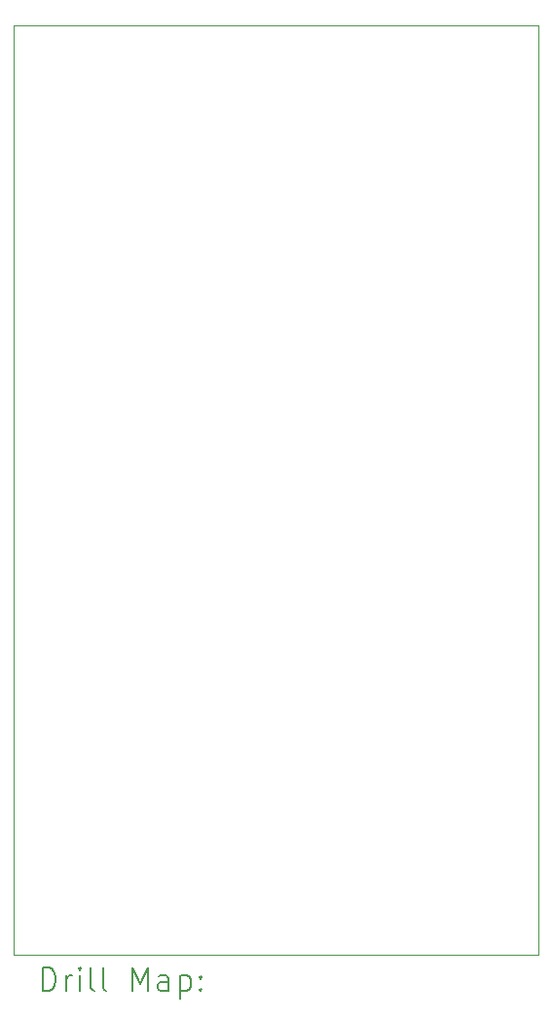
<source format=gbr>
%TF.GenerationSoftware,KiCad,Pcbnew,(6.0.8)*%
%TF.CreationDate,2024-08-14T07:32:47+02:00*%
%TF.ProjectId,FUSE_TestBoard,46555345-5f54-4657-9374-426f6172642e,rev?*%
%TF.SameCoordinates,Original*%
%TF.FileFunction,Drillmap*%
%TF.FilePolarity,Positive*%
%FSLAX45Y45*%
G04 Gerber Fmt 4.5, Leading zero omitted, Abs format (unit mm)*
G04 Created by KiCad (PCBNEW (6.0.8)) date 2024-08-14 07:32:47*
%MOMM*%
%LPD*%
G01*
G04 APERTURE LIST*
%ADD10C,0.100000*%
%ADD11C,0.200000*%
G04 APERTURE END LIST*
D10*
X15070000Y-7290000D02*
X19630000Y-7290000D01*
X19630000Y-7290000D02*
X19630000Y-15360000D01*
X19630000Y-15360000D02*
X15070000Y-15360000D01*
X15070000Y-15360000D02*
X15070000Y-7290000D01*
D11*
X15322619Y-15675476D02*
X15322619Y-15475476D01*
X15370238Y-15475476D01*
X15398809Y-15485000D01*
X15417857Y-15504048D01*
X15427381Y-15523095D01*
X15436905Y-15561190D01*
X15436905Y-15589762D01*
X15427381Y-15627857D01*
X15417857Y-15646905D01*
X15398809Y-15665952D01*
X15370238Y-15675476D01*
X15322619Y-15675476D01*
X15522619Y-15675476D02*
X15522619Y-15542143D01*
X15522619Y-15580238D02*
X15532143Y-15561190D01*
X15541667Y-15551667D01*
X15560714Y-15542143D01*
X15579762Y-15542143D01*
X15646428Y-15675476D02*
X15646428Y-15542143D01*
X15646428Y-15475476D02*
X15636905Y-15485000D01*
X15646428Y-15494524D01*
X15655952Y-15485000D01*
X15646428Y-15475476D01*
X15646428Y-15494524D01*
X15770238Y-15675476D02*
X15751190Y-15665952D01*
X15741667Y-15646905D01*
X15741667Y-15475476D01*
X15875000Y-15675476D02*
X15855952Y-15665952D01*
X15846428Y-15646905D01*
X15846428Y-15475476D01*
X16103571Y-15675476D02*
X16103571Y-15475476D01*
X16170238Y-15618333D01*
X16236905Y-15475476D01*
X16236905Y-15675476D01*
X16417857Y-15675476D02*
X16417857Y-15570714D01*
X16408333Y-15551667D01*
X16389286Y-15542143D01*
X16351190Y-15542143D01*
X16332143Y-15551667D01*
X16417857Y-15665952D02*
X16398809Y-15675476D01*
X16351190Y-15675476D01*
X16332143Y-15665952D01*
X16322619Y-15646905D01*
X16322619Y-15627857D01*
X16332143Y-15608809D01*
X16351190Y-15599286D01*
X16398809Y-15599286D01*
X16417857Y-15589762D01*
X16513095Y-15542143D02*
X16513095Y-15742143D01*
X16513095Y-15551667D02*
X16532143Y-15542143D01*
X16570238Y-15542143D01*
X16589286Y-15551667D01*
X16598809Y-15561190D01*
X16608333Y-15580238D01*
X16608333Y-15637381D01*
X16598809Y-15656428D01*
X16589286Y-15665952D01*
X16570238Y-15675476D01*
X16532143Y-15675476D01*
X16513095Y-15665952D01*
X16694048Y-15656428D02*
X16703571Y-15665952D01*
X16694048Y-15675476D01*
X16684524Y-15665952D01*
X16694048Y-15656428D01*
X16694048Y-15675476D01*
X16694048Y-15551667D02*
X16703571Y-15561190D01*
X16694048Y-15570714D01*
X16684524Y-15561190D01*
X16694048Y-15551667D01*
X16694048Y-15570714D01*
M02*

</source>
